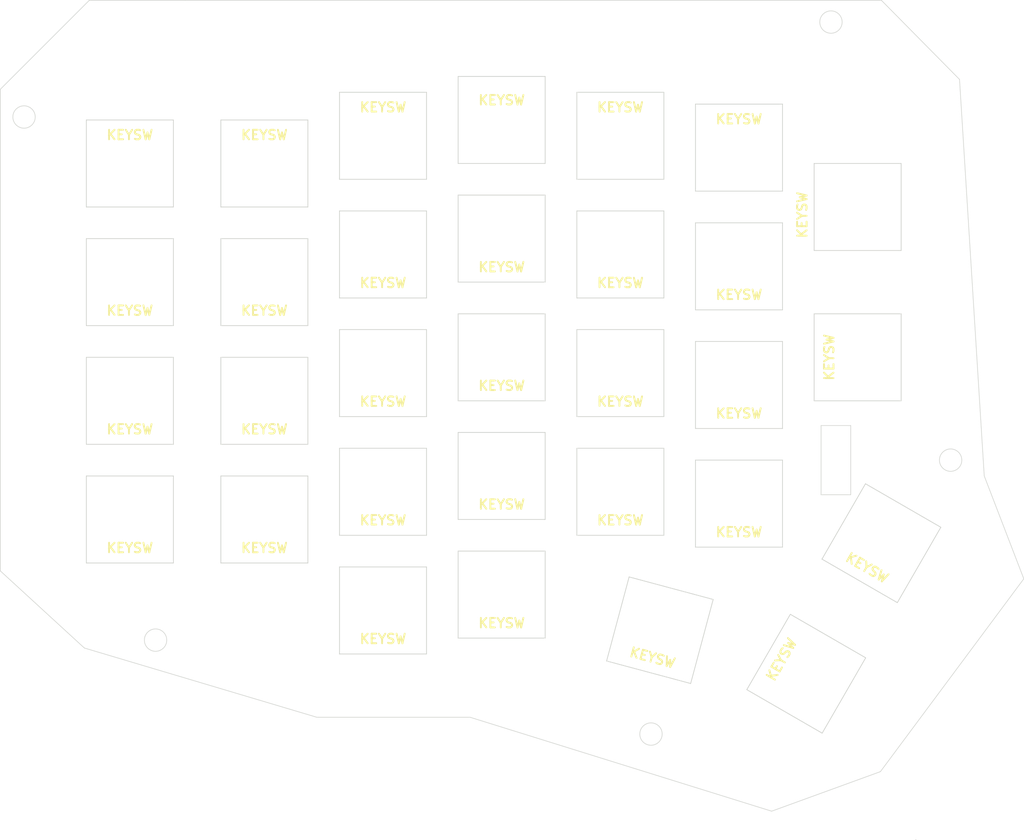
<source format=kicad_pcb>
(kicad_pcb (version 20171130) (host pcbnew "(5.1.2)-2")

  (general
    (thickness 1.6)
    (drawings 23)
    (tracks 0)
    (zones 0)
    (modules 31)
    (nets 1)
  )

  (page A4)
  (title_block
    (title "Redox keyboard PCB")
    (date 2018-05-05)
    (rev 1.0)
    (comment 1 "designed by Mattia Dal Ben (aka u/TiaMaT102)")
    (comment 2 https://github.com/mattdibi/redox-keyboard)
  )

  (layers
    (0 F.Cu signal)
    (31 B.Cu signal hide)
    (32 B.Adhes user hide)
    (33 F.Adhes user hide)
    (34 B.Paste user hide)
    (35 F.Paste user hide)
    (36 B.SilkS user hide)
    (37 F.SilkS user hide)
    (38 B.Mask user hide)
    (39 F.Mask user hide)
    (40 Dwgs.User user hide)
    (41 Cmts.User user hide)
    (42 Eco1.User user hide)
    (43 Eco2.User user hide)
    (44 Edge.Cuts user)
    (45 Margin user hide)
    (46 B.CrtYd user hide)
    (47 F.CrtYd user hide)
    (48 B.Fab user hide)
    (49 F.Fab user hide)
  )

  (setup
    (last_trace_width 0.25)
    (trace_clearance 0.2)
    (zone_clearance 0.508)
    (zone_45_only no)
    (trace_min 0.2)
    (via_size 0.6)
    (via_drill 0.4)
    (via_min_size 0.4)
    (via_min_drill 0.3)
    (uvia_size 0.3)
    (uvia_drill 0.1)
    (uvias_allowed no)
    (uvia_min_size 0.2)
    (uvia_min_drill 0.1)
    (edge_width 0.1)
    (segment_width 0.2)
    (pcb_text_width 0.3)
    (pcb_text_size 1.5 1.5)
    (mod_edge_width 0.15)
    (mod_text_size 1 1)
    (mod_text_width 0.15)
    (pad_size 1.5 1.5)
    (pad_drill 0.6)
    (pad_to_mask_clearance 0)
    (aux_axis_origin 0 0)
    (visible_elements 7FFFFFFF)
    (pcbplotparams
      (layerselection 0x010fc_ffffffff)
      (usegerberextensions true)
      (usegerberattributes false)
      (usegerberadvancedattributes false)
      (creategerberjobfile false)
      (excludeedgelayer true)
      (linewidth 0.100000)
      (plotframeref false)
      (viasonmask false)
      (mode 1)
      (useauxorigin false)
      (hpglpennumber 1)
      (hpglpenspeed 20)
      (hpglpendiameter 15.000000)
      (psnegative false)
      (psa4output false)
      (plotreference true)
      (plotvalue true)
      (plotinvisibletext false)
      (padsonsilk false)
      (subtractmaskfromsilk false)
      (outputformat 1)
      (mirror false)
      (drillshape 0)
      (scaleselection 1)
      (outputdirectory "gerber_files/"))
  )

  (net 0 "")

  (net_class Default "Questo è il gruppo di collegamenti predefinito"
    (clearance 0.2)
    (trace_width 0.25)
    (via_dia 0.6)
    (via_drill 0.4)
    (uvia_dia 0.3)
    (uvia_drill 0.1)
  )

  (module pcb:SW_Cherry_MX_1.00u_PCB (layer F.Cu) (tedit 5DB3E7C9) (tstamp 5A80A406)
    (at 151.13 59.69 180)
    (descr "Cherry MX keyswitch, 1.00u, PCB mount, http://cherryamericas.com/wp-content/uploads/2014/12/mx_cat.pdf")
    (tags "Cherry MX keyswitch 1.00u PCB")
    (path /5A809203)
    (fp_text reference K3 (at -0.22 2.79 180) (layer F.SilkS) hide
      (effects (font (size 1 1) (thickness 0.2)))
    )
    (fp_text value KEYSW (at 0 3.175 180) (layer F.SilkS)
      (effects (font (size 1.524 1.524) (thickness 0.3048)))
    )
    (fp_line (start -6.985 6.985) (end -6.985 -6.985) (layer Edge.Cuts) (width 0.12))
    (fp_line (start 6.985 6.985) (end -6.985 6.985) (layer Edge.Cuts) (width 0.12))
    (fp_line (start 6.985 -6.985) (end 6.985 6.985) (layer Edge.Cuts) (width 0.12))
    (fp_line (start -6.985 -6.985) (end 6.985 -6.985) (layer Edge.Cuts) (width 0.12))
    (fp_line (start -9.525 9.525) (end -9.525 -9.525) (layer Dwgs.User) (width 0.15))
    (fp_line (start 9.525 9.525) (end -9.525 9.525) (layer Dwgs.User) (width 0.15))
    (fp_line (start 9.525 -9.525) (end 9.525 9.525) (layer Dwgs.User) (width 0.15))
    (fp_line (start -9.525 -9.525) (end 9.525 -9.525) (layer Dwgs.User) (width 0.15))
    (fp_text user %R (at 0 -7.874) (layer F.Fab)
      (effects (font (size 1 1) (thickness 0.15)))
    )
    (model ${KISYS3DMOD}/Button_Switch_Keyboard.3dshapes/SW_Cherry_MX_1.00u_PCB.wrl
      (at (xyz 0 0 0))
      (scale (xyz 1 1 1))
      (rotate (xyz 0 0 0))
    )
  )

  (module pcb:SW_Cherry_MX_1.00u_PCB (layer F.Cu) (tedit 5DB3E7C9) (tstamp 5A80A523)
    (at 170.18 100.33)
    (descr "Cherry MX keyswitch, 1.00u, PCB mount, http://cherryamericas.com/wp-content/uploads/2014/12/mx_cat.pdf")
    (tags "Cherry MX keyswitch 1.00u PCB")
    (path /5A80ABBE)
    (fp_text reference K24 (at -0.22 2.79) (layer F.SilkS) hide
      (effects (font (size 1 1) (thickness 0.2)))
    )
    (fp_text value KEYSW (at 0 4.572) (layer F.SilkS)
      (effects (font (size 1.524 1.524) (thickness 0.3048)))
    )
    (fp_line (start -6.985 6.985) (end -6.985 -6.985) (layer Edge.Cuts) (width 0.12))
    (fp_line (start 6.985 6.985) (end -6.985 6.985) (layer Edge.Cuts) (width 0.12))
    (fp_line (start 6.985 -6.985) (end 6.985 6.985) (layer Edge.Cuts) (width 0.12))
    (fp_line (start -6.985 -6.985) (end 6.985 -6.985) (layer Edge.Cuts) (width 0.12))
    (fp_line (start -9.525 9.525) (end -9.525 -9.525) (layer Dwgs.User) (width 0.15))
    (fp_line (start 9.525 9.525) (end -9.525 9.525) (layer Dwgs.User) (width 0.15))
    (fp_line (start 9.525 -9.525) (end 9.525 9.525) (layer Dwgs.User) (width 0.15))
    (fp_line (start -9.525 -9.525) (end 9.525 -9.525) (layer Dwgs.User) (width 0.15))
    (fp_text user %R (at 0 -7.874) (layer F.Fab)
      (effects (font (size 1 1) (thickness 0.15)))
    )
    (model ${KISYS3DMOD}/Button_Switch_Keyboard.3dshapes/SW_Cherry_MX_1.00u_PCB.wrl
      (at (xyz 0 0 0))
      (scale (xyz 1 1 1))
      (rotate (xyz 0 0 0))
    )
  )

  (module pcb:SW_Cherry_MX_1.00u_PCB (layer F.Cu) (tedit 5DB3E7C9) (tstamp 5A80A640)
    (at 200.025 148.59 240)
    (descr "Cherry MX keyswitch, 1.00u, PCB mount, http://cherryamericas.com/wp-content/uploads/2014/12/mx_cat.pdf")
    (tags "Cherry MX keyswitch 1.00u PCB")
    (path /5A80E4D4)
    (fp_text reference K45 (at -0.254 2.794 240) (layer F.SilkS) hide
      (effects (font (size 1 1) (thickness 0.2)))
    )
    (fp_text value KEYSW (at 0 4.572 240) (layer F.SilkS)
      (effects (font (size 1.524 1.524) (thickness 0.3048)))
    )
    (fp_line (start -6.985 6.985) (end -6.985 -6.985) (layer Edge.Cuts) (width 0.12))
    (fp_line (start 6.985 6.985) (end -6.985 6.985) (layer Edge.Cuts) (width 0.12))
    (fp_line (start 6.985 -6.985) (end 6.985 6.985) (layer Edge.Cuts) (width 0.12))
    (fp_line (start -6.985 -6.985) (end 6.985 -6.985) (layer Edge.Cuts) (width 0.12))
    (fp_line (start -9.525 9.525) (end -9.525 -9.525) (layer Dwgs.User) (width 0.15))
    (fp_line (start 9.525 9.525) (end -9.525 9.525) (layer Dwgs.User) (width 0.15))
    (fp_line (start 9.525 -9.525) (end 9.525 9.525) (layer Dwgs.User) (width 0.15))
    (fp_line (start -9.525 -9.525) (end 9.525 -9.525) (layer Dwgs.User) (width 0.15))
    (fp_text user %R (at 0 -7.874 60) (layer F.Fab)
      (effects (font (size 1 1) (thickness 0.15)))
    )
    (model ${KISYS3DMOD}/Button_Switch_Keyboard.3dshapes/SW_Cherry_MX_1.00u_PCB.wrl
      (at (xyz 0 0 0))
      (scale (xyz 1 1 1))
      (rotate (xyz 0 0 0))
    )
  )

  (module pcb:SW_Cherry_MX_1.00u_PCB (layer F.Cu) (tedit 5DB3E7C9) (tstamp 5A80A4C4)
    (at 208.28 97.79 270)
    (descr "Cherry MX keyswitch, 1.00u, PCB mount, http://cherryamericas.com/wp-content/uploads/2014/12/mx_cat.pdf")
    (tags "Cherry MX keyswitch 1.00u PCB")
    (path /5A809C6B)
    (fp_text reference K16 (at -0.254 2.794 270) (layer F.SilkS) hide
      (effects (font (size 1 1) (thickness 0.2)))
    )
    (fp_text value KEYSW (at 0 4.572 270) (layer F.SilkS)
      (effects (font (size 1.524 1.524) (thickness 0.3048)))
    )
    (fp_line (start -6.985 6.985) (end -6.985 -6.985) (layer Edge.Cuts) (width 0.12))
    (fp_line (start 6.985 6.985) (end -6.985 6.985) (layer Edge.Cuts) (width 0.12))
    (fp_line (start 6.985 -6.985) (end 6.985 6.985) (layer Edge.Cuts) (width 0.12))
    (fp_line (start -6.985 -6.985) (end 6.985 -6.985) (layer Edge.Cuts) (width 0.12))
    (fp_line (start -9.525 9.525) (end -9.525 -9.525) (layer Dwgs.User) (width 0.15))
    (fp_line (start 9.525 9.525) (end -9.525 9.525) (layer Dwgs.User) (width 0.15))
    (fp_line (start 9.525 -9.525) (end 9.525 9.525) (layer Dwgs.User) (width 0.15))
    (fp_line (start -9.525 -9.525) (end 9.525 -9.525) (layer Dwgs.User) (width 0.15))
    (fp_text user %R (at 0 -7.874 90) (layer F.Fab)
      (effects (font (size 1 1) (thickness 0.15)))
    )
    (model ${KISYS3DMOD}/Button_Switch_Keyboard.3dshapes/SW_Cherry_MX_1.00u_PCB.wrl
      (at (xyz 0 0 0))
      (scale (xyz 1 1 1))
      (rotate (xyz 0 0 0))
    )
  )

  (module pcb:SW_Cherry_MX_1.00u_PCB (layer F.Cu) (tedit 5DB3E7C9) (tstamp 5A80A3E0)
    (at 113.03 66.675 180)
    (descr "Cherry MX keyswitch, 1.00u, PCB mount, http://cherryamericas.com/wp-content/uploads/2014/12/mx_cat.pdf")
    (tags "Cherry MX keyswitch 1.00u PCB")
    (path /5A809089)
    (fp_text reference K1 (at -0.22 2.79 180) (layer F.SilkS) hide
      (effects (font (size 1 1) (thickness 0.2)))
    )
    (fp_text value KEYSW (at 0 4.572 180) (layer F.SilkS)
      (effects (font (size 1.524 1.524) (thickness 0.3048)))
    )
    (fp_line (start -6.985 6.985) (end -6.985 -6.985) (layer Edge.Cuts) (width 0.12))
    (fp_line (start 6.985 6.985) (end -6.985 6.985) (layer Edge.Cuts) (width 0.12))
    (fp_line (start 6.985 -6.985) (end 6.985 6.985) (layer Edge.Cuts) (width 0.12))
    (fp_line (start -6.985 -6.985) (end 6.985 -6.985) (layer Edge.Cuts) (width 0.12))
    (fp_line (start -9.525 9.525) (end -9.525 -9.525) (layer Dwgs.User) (width 0.15))
    (fp_line (start 9.525 9.525) (end -9.525 9.525) (layer Dwgs.User) (width 0.15))
    (fp_line (start 9.525 -9.525) (end 9.525 9.525) (layer Dwgs.User) (width 0.15))
    (fp_line (start -9.525 -9.525) (end 9.525 -9.525) (layer Dwgs.User) (width 0.15))
    (fp_text user %R (at 0 -7.874) (layer F.Fab)
      (effects (font (size 1 1) (thickness 0.15)))
    )
    (model ${KISYS3DMOD}/Button_Switch_Keyboard.3dshapes/SW_Cherry_MX_1.00u_PCB.wrl
      (at (xyz 0 0 0))
      (scale (xyz 1 1 1))
      (rotate (xyz 0 0 0))
    )
  )

  (module pcb:SW_Cherry_MX_1.00u_PCB (layer F.Cu) (tedit 5DB3E7C9) (tstamp 5A80A3F3)
    (at 132.08 62.23 180)
    (descr "Cherry MX keyswitch, 1.00u, PCB mount, http://cherryamericas.com/wp-content/uploads/2014/12/mx_cat.pdf")
    (tags "Cherry MX keyswitch 1.00u PCB")
    (path /5A8091F6)
    (fp_text reference K2 (at -0.22 2.79 180) (layer F.SilkS) hide
      (effects (font (size 1 1) (thickness 0.2)))
    )
    (fp_text value KEYSW (at 0 4.572 180) (layer F.SilkS)
      (effects (font (size 1.524 1.524) (thickness 0.3048)))
    )
    (fp_line (start -6.985 6.985) (end -6.985 -6.985) (layer Edge.Cuts) (width 0.12))
    (fp_line (start 6.985 6.985) (end -6.985 6.985) (layer Edge.Cuts) (width 0.12))
    (fp_line (start 6.985 -6.985) (end 6.985 6.985) (layer Edge.Cuts) (width 0.12))
    (fp_line (start -6.985 -6.985) (end 6.985 -6.985) (layer Edge.Cuts) (width 0.12))
    (fp_line (start -9.525 9.525) (end -9.525 -9.525) (layer Dwgs.User) (width 0.15))
    (fp_line (start 9.525 9.525) (end -9.525 9.525) (layer Dwgs.User) (width 0.15))
    (fp_line (start 9.525 -9.525) (end 9.525 9.525) (layer Dwgs.User) (width 0.15))
    (fp_line (start -9.525 -9.525) (end 9.525 -9.525) (layer Dwgs.User) (width 0.15))
    (fp_text user %R (at 0 -7.874) (layer F.Fab)
      (effects (font (size 1 1) (thickness 0.15)))
    )
    (model ${KISYS3DMOD}/Button_Switch_Keyboard.3dshapes/SW_Cherry_MX_1.00u_PCB.wrl
      (at (xyz 0 0 0))
      (scale (xyz 1 1 1))
      (rotate (xyz 0 0 0))
    )
  )

  (module pcb:SW_Cherry_MX_1.00u_PCB (layer F.Cu) (tedit 5DB3E7C9) (tstamp 5A80A419)
    (at 170.18 62.23 180)
    (descr "Cherry MX keyswitch, 1.00u, PCB mount, http://cherryamericas.com/wp-content/uploads/2014/12/mx_cat.pdf")
    (tags "Cherry MX keyswitch 1.00u PCB")
    (path /5A80948D)
    (fp_text reference K4 (at -0.22 2.79 180) (layer F.SilkS) hide
      (effects (font (size 1 1) (thickness 0.2)))
    )
    (fp_text value KEYSW (at 0 4.572 180) (layer F.SilkS)
      (effects (font (size 1.524 1.524) (thickness 0.3048)))
    )
    (fp_line (start -6.985 6.985) (end -6.985 -6.985) (layer Edge.Cuts) (width 0.12))
    (fp_line (start 6.985 6.985) (end -6.985 6.985) (layer Edge.Cuts) (width 0.12))
    (fp_line (start 6.985 -6.985) (end 6.985 6.985) (layer Edge.Cuts) (width 0.12))
    (fp_line (start -6.985 -6.985) (end 6.985 -6.985) (layer Edge.Cuts) (width 0.12))
    (fp_line (start -9.525 9.525) (end -9.525 -9.525) (layer Dwgs.User) (width 0.15))
    (fp_line (start 9.525 9.525) (end -9.525 9.525) (layer Dwgs.User) (width 0.15))
    (fp_line (start 9.525 -9.525) (end 9.525 9.525) (layer Dwgs.User) (width 0.15))
    (fp_line (start -9.525 -9.525) (end 9.525 -9.525) (layer Dwgs.User) (width 0.15))
    (fp_text user %R (at 0 -7.874) (layer F.Fab)
      (effects (font (size 1 1) (thickness 0.15)))
    )
    (model ${KISYS3DMOD}/Button_Switch_Keyboard.3dshapes/SW_Cherry_MX_1.00u_PCB.wrl
      (at (xyz 0 0 0))
      (scale (xyz 1 1 1))
      (rotate (xyz 0 0 0))
    )
  )

  (module pcb:SW_Cherry_MX_1.00u_PCB (layer F.Cu) (tedit 5DB3E7C9) (tstamp 5A80A42C)
    (at 189.23 64.135 180)
    (descr "Cherry MX keyswitch, 1.00u, PCB mount, http://cherryamericas.com/wp-content/uploads/2014/12/mx_cat.pdf")
    (tags "Cherry MX keyswitch 1.00u PCB")
    (path /5A80949A)
    (fp_text reference K5 (at -0.22 2.79 180) (layer F.SilkS) hide
      (effects (font (size 1 1) (thickness 0.2)))
    )
    (fp_text value KEYSW (at 0 4.572 180) (layer F.SilkS)
      (effects (font (size 1.524 1.524) (thickness 0.3048)))
    )
    (fp_line (start -6.985 6.985) (end -6.985 -6.985) (layer Edge.Cuts) (width 0.12))
    (fp_line (start 6.985 6.985) (end -6.985 6.985) (layer Edge.Cuts) (width 0.12))
    (fp_line (start 6.985 -6.985) (end 6.985 6.985) (layer Edge.Cuts) (width 0.12))
    (fp_line (start -6.985 -6.985) (end 6.985 -6.985) (layer Edge.Cuts) (width 0.12))
    (fp_line (start -9.525 9.525) (end -9.525 -9.525) (layer Dwgs.User) (width 0.15))
    (fp_line (start 9.525 9.525) (end -9.525 9.525) (layer Dwgs.User) (width 0.15))
    (fp_line (start 9.525 -9.525) (end 9.525 9.525) (layer Dwgs.User) (width 0.15))
    (fp_line (start -9.525 -9.525) (end 9.525 -9.525) (layer Dwgs.User) (width 0.15))
    (fp_text user %R (at 0 -7.874) (layer F.Fab)
      (effects (font (size 1 1) (thickness 0.15)))
    )
    (model ${KISYS3DMOD}/Button_Switch_Keyboard.3dshapes/SW_Cherry_MX_1.00u_PCB.wrl
      (at (xyz 0 0 0))
      (scale (xyz 1 1 1))
      (rotate (xyz 0 0 0))
    )
  )

  (module pcb:SW_Cherry_MX_1.00u_PCB (layer F.Cu) (tedit 5DB3E7C9) (tstamp 5A80A43F)
    (at 208.28 73.66 180)
    (descr "Cherry MX keyswitch, 1.00u, PCB mount, http://cherryamericas.com/wp-content/uploads/2014/12/mx_cat.pdf")
    (tags "Cherry MX keyswitch 1.00u PCB")
    (path /5A8094A7)
    (fp_text reference K6 (at -0.22 2.79 180) (layer F.SilkS) hide
      (effects (font (size 1 1) (thickness 0.2)))
    )
    (fp_text value KEYSW (at 8.89 -1.27 270) (layer F.SilkS)
      (effects (font (size 1.524 1.524) (thickness 0.3048)))
    )
    (fp_line (start -6.985 6.985) (end -6.985 -6.985) (layer Edge.Cuts) (width 0.12))
    (fp_line (start 6.985 6.985) (end -6.985 6.985) (layer Edge.Cuts) (width 0.12))
    (fp_line (start 6.985 -6.985) (end 6.985 6.985) (layer Edge.Cuts) (width 0.12))
    (fp_line (start -6.985 -6.985) (end 6.985 -6.985) (layer Edge.Cuts) (width 0.12))
    (fp_line (start -9.525 9.525) (end -9.525 -9.525) (layer Dwgs.User) (width 0.15))
    (fp_line (start 9.525 9.525) (end -9.525 9.525) (layer Dwgs.User) (width 0.15))
    (fp_line (start 9.525 -9.525) (end 9.525 9.525) (layer Dwgs.User) (width 0.15))
    (fp_line (start -9.525 -9.525) (end 9.525 -9.525) (layer Dwgs.User) (width 0.15))
    (fp_text user %R (at 0 -7.874) (layer F.Fab)
      (effects (font (size 1 1) (thickness 0.15)))
    )
    (model ${KISYS3DMOD}/Button_Switch_Keyboard.3dshapes/SW_Cherry_MX_1.00u_PCB.wrl
      (at (xyz 0 0 0))
      (scale (xyz 1 1 1))
      (rotate (xyz 0 0 0))
    )
  )

  (module pcb:SW_Cherry_MX_1.00u_PCB (layer F.Cu) (tedit 5DB3E7C9) (tstamp 5A80A465)
    (at 113.03 85.725)
    (descr "Cherry MX keyswitch, 1.00u, PCB mount, http://cherryamericas.com/wp-content/uploads/2014/12/mx_cat.pdf")
    (tags "Cherry MX keyswitch 1.00u PCB")
    (path /5A809C2A)
    (fp_text reference K11 (at -0.22 2.79) (layer F.SilkS) hide
      (effects (font (size 1 1) (thickness 0.2)))
    )
    (fp_text value KEYSW (at 0 4.572) (layer F.SilkS)
      (effects (font (size 1.524 1.524) (thickness 0.3048)))
    )
    (fp_line (start -6.985 6.985) (end -6.985 -6.985) (layer Edge.Cuts) (width 0.12))
    (fp_line (start 6.985 6.985) (end -6.985 6.985) (layer Edge.Cuts) (width 0.12))
    (fp_line (start 6.985 -6.985) (end 6.985 6.985) (layer Edge.Cuts) (width 0.12))
    (fp_line (start -6.985 -6.985) (end 6.985 -6.985) (layer Edge.Cuts) (width 0.12))
    (fp_line (start -9.525 9.525) (end -9.525 -9.525) (layer Dwgs.User) (width 0.15))
    (fp_line (start 9.525 9.525) (end -9.525 9.525) (layer Dwgs.User) (width 0.15))
    (fp_line (start 9.525 -9.525) (end 9.525 9.525) (layer Dwgs.User) (width 0.15))
    (fp_line (start -9.525 -9.525) (end 9.525 -9.525) (layer Dwgs.User) (width 0.15))
    (fp_text user %R (at 0 -7.874) (layer F.Fab)
      (effects (font (size 1 1) (thickness 0.15)))
    )
    (model ${KISYS3DMOD}/Button_Switch_Keyboard.3dshapes/SW_Cherry_MX_1.00u_PCB.wrl
      (at (xyz 0 0 0))
      (scale (xyz 1 1 1))
      (rotate (xyz 0 0 0))
    )
  )

  (module pcb:SW_Cherry_MX_1.00u_PCB (layer F.Cu) (tedit 5DB3E7C9) (tstamp 5A80A478)
    (at 132.08 81.28)
    (descr "Cherry MX keyswitch, 1.00u, PCB mount, http://cherryamericas.com/wp-content/uploads/2014/12/mx_cat.pdf")
    (tags "Cherry MX keyswitch 1.00u PCB")
    (path /5A809C37)
    (fp_text reference K12 (at -0.22 2.79) (layer F.SilkS) hide
      (effects (font (size 1 1) (thickness 0.2)))
    )
    (fp_text value KEYSW (at 0 4.572) (layer F.SilkS)
      (effects (font (size 1.524 1.524) (thickness 0.3048)))
    )
    (fp_line (start -6.985 6.985) (end -6.985 -6.985) (layer Edge.Cuts) (width 0.12))
    (fp_line (start 6.985 6.985) (end -6.985 6.985) (layer Edge.Cuts) (width 0.12))
    (fp_line (start 6.985 -6.985) (end 6.985 6.985) (layer Edge.Cuts) (width 0.12))
    (fp_line (start -6.985 -6.985) (end 6.985 -6.985) (layer Edge.Cuts) (width 0.12))
    (fp_line (start -9.525 9.525) (end -9.525 -9.525) (layer Dwgs.User) (width 0.15))
    (fp_line (start 9.525 9.525) (end -9.525 9.525) (layer Dwgs.User) (width 0.15))
    (fp_line (start 9.525 -9.525) (end 9.525 9.525) (layer Dwgs.User) (width 0.15))
    (fp_line (start -9.525 -9.525) (end 9.525 -9.525) (layer Dwgs.User) (width 0.15))
    (fp_text user %R (at 0 -7.874) (layer F.Fab)
      (effects (font (size 1 1) (thickness 0.15)))
    )
    (model ${KISYS3DMOD}/Button_Switch_Keyboard.3dshapes/SW_Cherry_MX_1.00u_PCB.wrl
      (at (xyz 0 0 0))
      (scale (xyz 1 1 1))
      (rotate (xyz 0 0 0))
    )
  )

  (module pcb:SW_Cherry_MX_1.00u_PCB (layer F.Cu) (tedit 5DB3E7C9) (tstamp 5A80A48B)
    (at 151.13 78.74)
    (descr "Cherry MX keyswitch, 1.00u, PCB mount, http://cherryamericas.com/wp-content/uploads/2014/12/mx_cat.pdf")
    (tags "Cherry MX keyswitch 1.00u PCB")
    (path /5A809C44)
    (fp_text reference K13 (at -0.22 2.79) (layer F.SilkS) hide
      (effects (font (size 1 1) (thickness 0.2)))
    )
    (fp_text value KEYSW (at 0 4.572) (layer F.SilkS)
      (effects (font (size 1.524 1.524) (thickness 0.3048)))
    )
    (fp_line (start -6.985 6.985) (end -6.985 -6.985) (layer Edge.Cuts) (width 0.12))
    (fp_line (start 6.985 6.985) (end -6.985 6.985) (layer Edge.Cuts) (width 0.12))
    (fp_line (start 6.985 -6.985) (end 6.985 6.985) (layer Edge.Cuts) (width 0.12))
    (fp_line (start -6.985 -6.985) (end 6.985 -6.985) (layer Edge.Cuts) (width 0.12))
    (fp_line (start -9.525 9.525) (end -9.525 -9.525) (layer Dwgs.User) (width 0.15))
    (fp_line (start 9.525 9.525) (end -9.525 9.525) (layer Dwgs.User) (width 0.15))
    (fp_line (start 9.525 -9.525) (end 9.525 9.525) (layer Dwgs.User) (width 0.15))
    (fp_line (start -9.525 -9.525) (end 9.525 -9.525) (layer Dwgs.User) (width 0.15))
    (fp_text user %R (at 0 -7.874) (layer F.Fab)
      (effects (font (size 1 1) (thickness 0.15)))
    )
    (model ${KISYS3DMOD}/Button_Switch_Keyboard.3dshapes/SW_Cherry_MX_1.00u_PCB.wrl
      (at (xyz 0 0 0))
      (scale (xyz 1 1 1))
      (rotate (xyz 0 0 0))
    )
  )

  (module pcb:SW_Cherry_MX_1.00u_PCB (layer F.Cu) (tedit 5DB3E7C9) (tstamp 5A80A49E)
    (at 170.18 81.28)
    (descr "Cherry MX keyswitch, 1.00u, PCB mount, http://cherryamericas.com/wp-content/uploads/2014/12/mx_cat.pdf")
    (tags "Cherry MX keyswitch 1.00u PCB")
    (path /5A809C51)
    (fp_text reference K14 (at -0.22 2.79) (layer F.SilkS) hide
      (effects (font (size 1 1) (thickness 0.2)))
    )
    (fp_text value KEYSW (at 0 4.572) (layer F.SilkS)
      (effects (font (size 1.524 1.524) (thickness 0.3048)))
    )
    (fp_line (start -6.985 6.985) (end -6.985 -6.985) (layer Edge.Cuts) (width 0.12))
    (fp_line (start 6.985 6.985) (end -6.985 6.985) (layer Edge.Cuts) (width 0.12))
    (fp_line (start 6.985 -6.985) (end 6.985 6.985) (layer Edge.Cuts) (width 0.12))
    (fp_line (start -6.985 -6.985) (end 6.985 -6.985) (layer Edge.Cuts) (width 0.12))
    (fp_line (start -9.525 9.525) (end -9.525 -9.525) (layer Dwgs.User) (width 0.15))
    (fp_line (start 9.525 9.525) (end -9.525 9.525) (layer Dwgs.User) (width 0.15))
    (fp_line (start 9.525 -9.525) (end 9.525 9.525) (layer Dwgs.User) (width 0.15))
    (fp_line (start -9.525 -9.525) (end 9.525 -9.525) (layer Dwgs.User) (width 0.15))
    (fp_text user %R (at 0 -7.874) (layer F.Fab)
      (effects (font (size 1 1) (thickness 0.15)))
    )
    (model ${KISYS3DMOD}/Button_Switch_Keyboard.3dshapes/SW_Cherry_MX_1.00u_PCB.wrl
      (at (xyz 0 0 0))
      (scale (xyz 1 1 1))
      (rotate (xyz 0 0 0))
    )
  )

  (module pcb:SW_Cherry_MX_1.00u_PCB (layer F.Cu) (tedit 5DB3E7C9) (tstamp 5A80A4B1)
    (at 189.23 83.185)
    (descr "Cherry MX keyswitch, 1.00u, PCB mount, http://cherryamericas.com/wp-content/uploads/2014/12/mx_cat.pdf")
    (tags "Cherry MX keyswitch 1.00u PCB")
    (path /5A809C5E)
    (fp_text reference K15 (at -0.22 2.79) (layer F.SilkS) hide
      (effects (font (size 1 1) (thickness 0.2)))
    )
    (fp_text value KEYSW (at 0 4.572) (layer F.SilkS)
      (effects (font (size 1.524 1.524) (thickness 0.3048)))
    )
    (fp_line (start -6.985 6.985) (end -6.985 -6.985) (layer Edge.Cuts) (width 0.12))
    (fp_line (start 6.985 6.985) (end -6.985 6.985) (layer Edge.Cuts) (width 0.12))
    (fp_line (start 6.985 -6.985) (end 6.985 6.985) (layer Edge.Cuts) (width 0.12))
    (fp_line (start -6.985 -6.985) (end 6.985 -6.985) (layer Edge.Cuts) (width 0.12))
    (fp_line (start -9.525 9.525) (end -9.525 -9.525) (layer Dwgs.User) (width 0.15))
    (fp_line (start 9.525 9.525) (end -9.525 9.525) (layer Dwgs.User) (width 0.15))
    (fp_line (start 9.525 -9.525) (end 9.525 9.525) (layer Dwgs.User) (width 0.15))
    (fp_line (start -9.525 -9.525) (end 9.525 -9.525) (layer Dwgs.User) (width 0.15))
    (fp_text user %R (at 0 -7.874) (layer F.Fab)
      (effects (font (size 1 1) (thickness 0.15)))
    )
    (model ${KISYS3DMOD}/Button_Switch_Keyboard.3dshapes/SW_Cherry_MX_1.00u_PCB.wrl
      (at (xyz 0 0 0))
      (scale (xyz 1 1 1))
      (rotate (xyz 0 0 0))
    )
  )

  (module pcb:SW_Cherry_MX_1.00u_PCB (layer F.Cu) (tedit 5DB3E7C9) (tstamp 5A80A4EA)
    (at 113.03 104.775)
    (descr "Cherry MX keyswitch, 1.00u, PCB mount, http://cherryamericas.com/wp-content/uploads/2014/12/mx_cat.pdf")
    (tags "Cherry MX keyswitch 1.00u PCB")
    (path /5A80AB97)
    (fp_text reference K21 (at -0.22 2.79) (layer F.SilkS) hide
      (effects (font (size 1 1) (thickness 0.2)))
    )
    (fp_text value KEYSW (at 0 4.572) (layer F.SilkS)
      (effects (font (size 1.524 1.524) (thickness 0.3048)))
    )
    (fp_line (start -6.985 6.985) (end -6.985 -6.985) (layer Edge.Cuts) (width 0.12))
    (fp_line (start 6.985 6.985) (end -6.985 6.985) (layer Edge.Cuts) (width 0.12))
    (fp_line (start 6.985 -6.985) (end 6.985 6.985) (layer Edge.Cuts) (width 0.12))
    (fp_line (start -6.985 -6.985) (end 6.985 -6.985) (layer Edge.Cuts) (width 0.12))
    (fp_line (start -9.525 9.525) (end -9.525 -9.525) (layer Dwgs.User) (width 0.15))
    (fp_line (start 9.525 9.525) (end -9.525 9.525) (layer Dwgs.User) (width 0.15))
    (fp_line (start 9.525 -9.525) (end 9.525 9.525) (layer Dwgs.User) (width 0.15))
    (fp_line (start -9.525 -9.525) (end 9.525 -9.525) (layer Dwgs.User) (width 0.15))
    (fp_text user %R (at 0 -7.874) (layer F.Fab)
      (effects (font (size 1 1) (thickness 0.15)))
    )
    (model ${KISYS3DMOD}/Button_Switch_Keyboard.3dshapes/SW_Cherry_MX_1.00u_PCB.wrl
      (at (xyz 0 0 0))
      (scale (xyz 1 1 1))
      (rotate (xyz 0 0 0))
    )
  )

  (module pcb:SW_Cherry_MX_1.00u_PCB (layer F.Cu) (tedit 5DB3E7C9) (tstamp 5A80A4FD)
    (at 132.08 100.33)
    (descr "Cherry MX keyswitch, 1.00u, PCB mount, http://cherryamericas.com/wp-content/uploads/2014/12/mx_cat.pdf")
    (tags "Cherry MX keyswitch 1.00u PCB")
    (path /5A80ABA4)
    (fp_text reference K22 (at -0.22 2.79) (layer F.SilkS) hide
      (effects (font (size 1 1) (thickness 0.2)))
    )
    (fp_text value KEYSW (at 0 4.572) (layer F.SilkS)
      (effects (font (size 1.524 1.524) (thickness 0.3048)))
    )
    (fp_line (start -6.985 6.985) (end -6.985 -6.985) (layer Edge.Cuts) (width 0.12))
    (fp_line (start 6.985 6.985) (end -6.985 6.985) (layer Edge.Cuts) (width 0.12))
    (fp_line (start 6.985 -6.985) (end 6.985 6.985) (layer Edge.Cuts) (width 0.12))
    (fp_line (start -6.985 -6.985) (end 6.985 -6.985) (layer Edge.Cuts) (width 0.12))
    (fp_line (start -9.525 9.525) (end -9.525 -9.525) (layer Dwgs.User) (width 0.15))
    (fp_line (start 9.525 9.525) (end -9.525 9.525) (layer Dwgs.User) (width 0.15))
    (fp_line (start 9.525 -9.525) (end 9.525 9.525) (layer Dwgs.User) (width 0.15))
    (fp_line (start -9.525 -9.525) (end 9.525 -9.525) (layer Dwgs.User) (width 0.15))
    (fp_text user %R (at 0 -7.874) (layer F.Fab)
      (effects (font (size 1 1) (thickness 0.15)))
    )
    (model ${KISYS3DMOD}/Button_Switch_Keyboard.3dshapes/SW_Cherry_MX_1.00u_PCB.wrl
      (at (xyz 0 0 0))
      (scale (xyz 1 1 1))
      (rotate (xyz 0 0 0))
    )
  )

  (module pcb:SW_Cherry_MX_1.00u_PCB (layer F.Cu) (tedit 5DB3E7C9) (tstamp 5A80A510)
    (at 151.13 97.79)
    (descr "Cherry MX keyswitch, 1.00u, PCB mount, http://cherryamericas.com/wp-content/uploads/2014/12/mx_cat.pdf")
    (tags "Cherry MX keyswitch 1.00u PCB")
    (path /5A80ABB1)
    (fp_text reference K23 (at -0.22 2.79) (layer F.SilkS) hide
      (effects (font (size 1 1) (thickness 0.2)))
    )
    (fp_text value KEYSW (at 0 4.572) (layer F.SilkS)
      (effects (font (size 1.524 1.524) (thickness 0.3048)))
    )
    (fp_line (start -6.985 6.985) (end -6.985 -6.985) (layer Edge.Cuts) (width 0.12))
    (fp_line (start 6.985 6.985) (end -6.985 6.985) (layer Edge.Cuts) (width 0.12))
    (fp_line (start 6.985 -6.985) (end 6.985 6.985) (layer Edge.Cuts) (width 0.12))
    (fp_line (start -6.985 -6.985) (end 6.985 -6.985) (layer Edge.Cuts) (width 0.12))
    (fp_line (start -9.525 9.525) (end -9.525 -9.525) (layer Dwgs.User) (width 0.15))
    (fp_line (start 9.525 9.525) (end -9.525 9.525) (layer Dwgs.User) (width 0.15))
    (fp_line (start 9.525 -9.525) (end 9.525 9.525) (layer Dwgs.User) (width 0.15))
    (fp_line (start -9.525 -9.525) (end 9.525 -9.525) (layer Dwgs.User) (width 0.15))
    (fp_text user %R (at 0 -7.874) (layer F.Fab)
      (effects (font (size 1 1) (thickness 0.15)))
    )
    (model ${KISYS3DMOD}/Button_Switch_Keyboard.3dshapes/SW_Cherry_MX_1.00u_PCB.wrl
      (at (xyz 0 0 0))
      (scale (xyz 1 1 1))
      (rotate (xyz 0 0 0))
    )
  )

  (module pcb:SW_Cherry_MX_1.00u_PCB (layer F.Cu) (tedit 5DB3E7C9) (tstamp 5A80A536)
    (at 189.23 102.235)
    (descr "Cherry MX keyswitch, 1.00u, PCB mount, http://cherryamericas.com/wp-content/uploads/2014/12/mx_cat.pdf")
    (tags "Cherry MX keyswitch 1.00u PCB")
    (path /5A80ABCB)
    (fp_text reference K25 (at -0.22 2.79) (layer F.SilkS) hide
      (effects (font (size 1 1) (thickness 0.2)))
    )
    (fp_text value KEYSW (at 0 4.572) (layer F.SilkS)
      (effects (font (size 1.524 1.524) (thickness 0.3048)))
    )
    (fp_line (start -6.985 6.985) (end -6.985 -6.985) (layer Edge.Cuts) (width 0.12))
    (fp_line (start 6.985 6.985) (end -6.985 6.985) (layer Edge.Cuts) (width 0.12))
    (fp_line (start 6.985 -6.985) (end 6.985 6.985) (layer Edge.Cuts) (width 0.12))
    (fp_line (start -6.985 -6.985) (end 6.985 -6.985) (layer Edge.Cuts) (width 0.12))
    (fp_line (start -9.525 9.525) (end -9.525 -9.525) (layer Dwgs.User) (width 0.15))
    (fp_line (start 9.525 9.525) (end -9.525 9.525) (layer Dwgs.User) (width 0.15))
    (fp_line (start 9.525 -9.525) (end 9.525 9.525) (layer Dwgs.User) (width 0.15))
    (fp_line (start -9.525 -9.525) (end 9.525 -9.525) (layer Dwgs.User) (width 0.15))
    (fp_text user %R (at 0 -7.874) (layer F.Fab)
      (effects (font (size 1 1) (thickness 0.15)))
    )
    (model ${KISYS3DMOD}/Button_Switch_Keyboard.3dshapes/SW_Cherry_MX_1.00u_PCB.wrl
      (at (xyz 0 0 0))
      (scale (xyz 1 1 1))
      (rotate (xyz 0 0 0))
    )
  )

  (module pcb:SW_Cherry_MX_1.00u_PCB (layer F.Cu) (tedit 5DB3E7C9) (tstamp 5A80A549)
    (at 212.09 127.635 330)
    (descr "Cherry MX keyswitch, 1.00u, PCB mount, http://cherryamericas.com/wp-content/uploads/2014/12/mx_cat.pdf")
    (tags "Cherry MX keyswitch 1.00u PCB")
    (path /5A80ABD8)
    (fp_text reference K26 (at -0.22 2.79 330) (layer F.SilkS) hide
      (effects (font (size 1 1) (thickness 0.2)))
    )
    (fp_text value KEYSW (at 0 4.572 330) (layer F.SilkS)
      (effects (font (size 1.524 1.524) (thickness 0.3048)))
    )
    (fp_line (start -6.985 6.985) (end -6.985 -6.985) (layer Edge.Cuts) (width 0.12))
    (fp_line (start 6.985 6.985) (end -6.985 6.985) (layer Edge.Cuts) (width 0.12))
    (fp_line (start 6.985 -6.985) (end 6.985 6.985) (layer Edge.Cuts) (width 0.12))
    (fp_line (start -6.985 -6.985) (end 6.985 -6.985) (layer Edge.Cuts) (width 0.12))
    (fp_line (start -9.525 9.525) (end -9.525 -9.525) (layer Dwgs.User) (width 0.15))
    (fp_line (start 9.525 9.525) (end -9.525 9.525) (layer Dwgs.User) (width 0.15))
    (fp_line (start 9.525 -9.525) (end 9.525 9.525) (layer Dwgs.User) (width 0.15))
    (fp_line (start -9.525 -9.525) (end 9.525 -9.525) (layer Dwgs.User) (width 0.15))
    (fp_text user %R (at 0 -7.874 150) (layer F.Fab)
      (effects (font (size 1 1) (thickness 0.15)))
    )
    (model ${KISYS3DMOD}/Button_Switch_Keyboard.3dshapes/SW_Cherry_MX_1.00u_PCB.wrl
      (at (xyz 0 0 0))
      (scale (xyz 1 1 1))
      (rotate (xyz 0 0 0))
    )
  )

  (module pcb:SW_Cherry_MX_1.00u_PCB (layer F.Cu) (tedit 5DB3E7C9) (tstamp 5A80A56F)
    (at 113.03 123.825)
    (descr "Cherry MX keyswitch, 1.00u, PCB mount, http://cherryamericas.com/wp-content/uploads/2014/12/mx_cat.pdf")
    (tags "Cherry MX keyswitch 1.00u PCB")
    (path /5A80ABF8)
    (fp_text reference K31 (at -0.22 2.79) (layer F.SilkS) hide
      (effects (font (size 1 1) (thickness 0.2)))
    )
    (fp_text value KEYSW (at 0 4.572) (layer F.SilkS)
      (effects (font (size 1.524 1.524) (thickness 0.3048)))
    )
    (fp_line (start -6.985 6.985) (end -6.985 -6.985) (layer Edge.Cuts) (width 0.12))
    (fp_line (start 6.985 6.985) (end -6.985 6.985) (layer Edge.Cuts) (width 0.12))
    (fp_line (start 6.985 -6.985) (end 6.985 6.985) (layer Edge.Cuts) (width 0.12))
    (fp_line (start -6.985 -6.985) (end 6.985 -6.985) (layer Edge.Cuts) (width 0.12))
    (fp_line (start -9.525 9.525) (end -9.525 -9.525) (layer Dwgs.User) (width 0.15))
    (fp_line (start 9.525 9.525) (end -9.525 9.525) (layer Dwgs.User) (width 0.15))
    (fp_line (start 9.525 -9.525) (end 9.525 9.525) (layer Dwgs.User) (width 0.15))
    (fp_line (start -9.525 -9.525) (end 9.525 -9.525) (layer Dwgs.User) (width 0.15))
    (fp_text user %R (at 0 -7.874) (layer F.Fab)
      (effects (font (size 1 1) (thickness 0.15)))
    )
    (model ${KISYS3DMOD}/Button_Switch_Keyboard.3dshapes/SW_Cherry_MX_1.00u_PCB.wrl
      (at (xyz 0 0 0))
      (scale (xyz 1 1 1))
      (rotate (xyz 0 0 0))
    )
  )

  (module pcb:SW_Cherry_MX_1.00u_PCB (layer F.Cu) (tedit 5DB3E7C9) (tstamp 5A80A582)
    (at 132.08 119.38)
    (descr "Cherry MX keyswitch, 1.00u, PCB mount, http://cherryamericas.com/wp-content/uploads/2014/12/mx_cat.pdf")
    (tags "Cherry MX keyswitch 1.00u PCB")
    (path /5A80AC05)
    (fp_text reference K32 (at -0.22 2.79) (layer F.SilkS) hide
      (effects (font (size 1 1) (thickness 0.2)))
    )
    (fp_text value KEYSW (at 0 4.572) (layer F.SilkS)
      (effects (font (size 1.524 1.524) (thickness 0.3048)))
    )
    (fp_line (start -6.985 6.985) (end -6.985 -6.985) (layer Edge.Cuts) (width 0.12))
    (fp_line (start 6.985 6.985) (end -6.985 6.985) (layer Edge.Cuts) (width 0.12))
    (fp_line (start 6.985 -6.985) (end 6.985 6.985) (layer Edge.Cuts) (width 0.12))
    (fp_line (start -6.985 -6.985) (end 6.985 -6.985) (layer Edge.Cuts) (width 0.12))
    (fp_line (start -9.525 9.525) (end -9.525 -9.525) (layer Dwgs.User) (width 0.15))
    (fp_line (start 9.525 9.525) (end -9.525 9.525) (layer Dwgs.User) (width 0.15))
    (fp_line (start 9.525 -9.525) (end 9.525 9.525) (layer Dwgs.User) (width 0.15))
    (fp_line (start -9.525 -9.525) (end 9.525 -9.525) (layer Dwgs.User) (width 0.15))
    (fp_text user %R (at 0 -7.874) (layer F.Fab)
      (effects (font (size 1 1) (thickness 0.15)))
    )
    (model ${KISYS3DMOD}/Button_Switch_Keyboard.3dshapes/SW_Cherry_MX_1.00u_PCB.wrl
      (at (xyz 0 0 0))
      (scale (xyz 1 1 1))
      (rotate (xyz 0 0 0))
    )
  )

  (module pcb:SW_Cherry_MX_1.00u_PCB (layer F.Cu) (tedit 5DB3E7C9) (tstamp 5A80A595)
    (at 151.13 116.84)
    (descr "Cherry MX keyswitch, 1.00u, PCB mount, http://cherryamericas.com/wp-content/uploads/2014/12/mx_cat.pdf")
    (tags "Cherry MX keyswitch 1.00u PCB")
    (path /5A80AC12)
    (fp_text reference K33 (at -0.22 2.79) (layer F.SilkS) hide
      (effects (font (size 1 1) (thickness 0.2)))
    )
    (fp_text value KEYSW (at 0 4.572) (layer F.SilkS)
      (effects (font (size 1.524 1.524) (thickness 0.3048)))
    )
    (fp_line (start -6.985 6.985) (end -6.985 -6.985) (layer Edge.Cuts) (width 0.12))
    (fp_line (start 6.985 6.985) (end -6.985 6.985) (layer Edge.Cuts) (width 0.12))
    (fp_line (start 6.985 -6.985) (end 6.985 6.985) (layer Edge.Cuts) (width 0.12))
    (fp_line (start -6.985 -6.985) (end 6.985 -6.985) (layer Edge.Cuts) (width 0.12))
    (fp_line (start -9.525 9.525) (end -9.525 -9.525) (layer Dwgs.User) (width 0.15))
    (fp_line (start 9.525 9.525) (end -9.525 9.525) (layer Dwgs.User) (width 0.15))
    (fp_line (start 9.525 -9.525) (end 9.525 9.525) (layer Dwgs.User) (width 0.15))
    (fp_line (start -9.525 -9.525) (end 9.525 -9.525) (layer Dwgs.User) (width 0.15))
    (fp_text user %R (at 0 -7.874) (layer F.Fab)
      (effects (font (size 1 1) (thickness 0.15)))
    )
    (model ${KISYS3DMOD}/Button_Switch_Keyboard.3dshapes/SW_Cherry_MX_1.00u_PCB.wrl
      (at (xyz 0 0 0))
      (scale (xyz 1 1 1))
      (rotate (xyz 0 0 0))
    )
  )

  (module pcb:SW_Cherry_MX_1.00u_PCB (layer F.Cu) (tedit 5DB3E7C9) (tstamp 5A80A5A8)
    (at 170.18 119.38)
    (descr "Cherry MX keyswitch, 1.00u, PCB mount, http://cherryamericas.com/wp-content/uploads/2014/12/mx_cat.pdf")
    (tags "Cherry MX keyswitch 1.00u PCB")
    (path /5A80AC1F)
    (fp_text reference K34 (at -0.22 2.79) (layer F.SilkS) hide
      (effects (font (size 1 1) (thickness 0.2)))
    )
    (fp_text value KEYSW (at 0 4.572) (layer F.SilkS)
      (effects (font (size 1.524 1.524) (thickness 0.3048)))
    )
    (fp_line (start -6.985 6.985) (end -6.985 -6.985) (layer Edge.Cuts) (width 0.12))
    (fp_line (start 6.985 6.985) (end -6.985 6.985) (layer Edge.Cuts) (width 0.12))
    (fp_line (start 6.985 -6.985) (end 6.985 6.985) (layer Edge.Cuts) (width 0.12))
    (fp_line (start -6.985 -6.985) (end 6.985 -6.985) (layer Edge.Cuts) (width 0.12))
    (fp_line (start -9.525 9.525) (end -9.525 -9.525) (layer Dwgs.User) (width 0.15))
    (fp_line (start 9.525 9.525) (end -9.525 9.525) (layer Dwgs.User) (width 0.15))
    (fp_line (start 9.525 -9.525) (end 9.525 9.525) (layer Dwgs.User) (width 0.15))
    (fp_line (start -9.525 -9.525) (end 9.525 -9.525) (layer Dwgs.User) (width 0.15))
    (fp_text user %R (at 0 -7.874) (layer F.Fab)
      (effects (font (size 1 1) (thickness 0.15)))
    )
    (model ${KISYS3DMOD}/Button_Switch_Keyboard.3dshapes/SW_Cherry_MX_1.00u_PCB.wrl
      (at (xyz 0 0 0))
      (scale (xyz 1 1 1))
      (rotate (xyz 0 0 0))
    )
  )

  (module pcb:SW_Cherry_MX_1.00u_PCB (layer F.Cu) (tedit 5DB3E7C9) (tstamp 5A80A5BB)
    (at 189.23 121.285)
    (descr "Cherry MX keyswitch, 1.00u, PCB mount, http://cherryamericas.com/wp-content/uploads/2014/12/mx_cat.pdf")
    (tags "Cherry MX keyswitch 1.00u PCB")
    (path /5A80AC2C)
    (fp_text reference K35 (at -0.22 2.79) (layer F.SilkS) hide
      (effects (font (size 1 1) (thickness 0.2)))
    )
    (fp_text value KEYSW (at 0 4.572) (layer F.SilkS)
      (effects (font (size 1.524 1.524) (thickness 0.3048)))
    )
    (fp_line (start -6.985 6.985) (end -6.985 -6.985) (layer Edge.Cuts) (width 0.12))
    (fp_line (start 6.985 6.985) (end -6.985 6.985) (layer Edge.Cuts) (width 0.12))
    (fp_line (start 6.985 -6.985) (end 6.985 6.985) (layer Edge.Cuts) (width 0.12))
    (fp_line (start -6.985 -6.985) (end 6.985 -6.985) (layer Edge.Cuts) (width 0.12))
    (fp_line (start -9.525 9.525) (end -9.525 -9.525) (layer Dwgs.User) (width 0.15))
    (fp_line (start 9.525 9.525) (end -9.525 9.525) (layer Dwgs.User) (width 0.15))
    (fp_line (start 9.525 -9.525) (end 9.525 9.525) (layer Dwgs.User) (width 0.15))
    (fp_line (start -9.525 -9.525) (end 9.525 -9.525) (layer Dwgs.User) (width 0.15))
    (fp_text user %R (at 0 -7.874) (layer F.Fab)
      (effects (font (size 1 1) (thickness 0.15)))
    )
    (model ${KISYS3DMOD}/Button_Switch_Keyboard.3dshapes/SW_Cherry_MX_1.00u_PCB.wrl
      (at (xyz 0 0 0))
      (scale (xyz 1 1 1))
      (rotate (xyz 0 0 0))
    )
  )

  (module pcb:SW_Cherry_MX_1.00u_PCB (layer F.Cu) (tedit 5DB3E7C9) (tstamp 5A80A607)
    (at 132.08 138.43)
    (descr "Cherry MX keyswitch, 1.00u, PCB mount, http://cherryamericas.com/wp-content/uploads/2014/12/mx_cat.pdf")
    (tags "Cherry MX keyswitch 1.00u PCB")
    (path /5A80E4AD)
    (fp_text reference K42 (at -0.22 2.79) (layer F.SilkS) hide
      (effects (font (size 1 1) (thickness 0.2)))
    )
    (fp_text value KEYSW (at 0 4.572) (layer F.SilkS)
      (effects (font (size 1.524 1.524) (thickness 0.3048)))
    )
    (fp_line (start -6.985 6.985) (end -6.985 -6.985) (layer Edge.Cuts) (width 0.12))
    (fp_line (start 6.985 6.985) (end -6.985 6.985) (layer Edge.Cuts) (width 0.12))
    (fp_line (start 6.985 -6.985) (end 6.985 6.985) (layer Edge.Cuts) (width 0.12))
    (fp_line (start -6.985 -6.985) (end 6.985 -6.985) (layer Edge.Cuts) (width 0.12))
    (fp_line (start -9.525 9.525) (end -9.525 -9.525) (layer Dwgs.User) (width 0.15))
    (fp_line (start 9.525 9.525) (end -9.525 9.525) (layer Dwgs.User) (width 0.15))
    (fp_line (start 9.525 -9.525) (end 9.525 9.525) (layer Dwgs.User) (width 0.15))
    (fp_line (start -9.525 -9.525) (end 9.525 -9.525) (layer Dwgs.User) (width 0.15))
    (fp_text user %R (at 0 -7.874) (layer F.Fab)
      (effects (font (size 1 1) (thickness 0.15)))
    )
    (model ${KISYS3DMOD}/Button_Switch_Keyboard.3dshapes/SW_Cherry_MX_1.00u_PCB.wrl
      (at (xyz 0 0 0))
      (scale (xyz 1 1 1))
      (rotate (xyz 0 0 0))
    )
  )

  (module pcb:SW_Cherry_MX_1.00u_PCB (layer F.Cu) (tedit 5DB3E7C9) (tstamp 5A80A61A)
    (at 151.13 135.89)
    (descr "Cherry MX keyswitch, 1.00u, PCB mount, http://cherryamericas.com/wp-content/uploads/2014/12/mx_cat.pdf")
    (tags "Cherry MX keyswitch 1.00u PCB")
    (path /5A80E4BA)
    (fp_text reference K43 (at -0.22 2.79) (layer F.SilkS) hide
      (effects (font (size 1 1) (thickness 0.2)))
    )
    (fp_text value KEYSW (at 0 4.572) (layer F.SilkS)
      (effects (font (size 1.524 1.524) (thickness 0.3048)))
    )
    (fp_line (start -6.985 6.985) (end -6.985 -6.985) (layer Edge.Cuts) (width 0.12))
    (fp_line (start 6.985 6.985) (end -6.985 6.985) (layer Edge.Cuts) (width 0.12))
    (fp_line (start 6.985 -6.985) (end 6.985 6.985) (layer Edge.Cuts) (width 0.12))
    (fp_line (start -6.985 -6.985) (end 6.985 -6.985) (layer Edge.Cuts) (width 0.12))
    (fp_line (start -9.525 9.525) (end -9.525 -9.525) (layer Dwgs.User) (width 0.15))
    (fp_line (start 9.525 9.525) (end -9.525 9.525) (layer Dwgs.User) (width 0.15))
    (fp_line (start 9.525 -9.525) (end 9.525 9.525) (layer Dwgs.User) (width 0.15))
    (fp_line (start -9.525 -9.525) (end 9.525 -9.525) (layer Dwgs.User) (width 0.15))
    (fp_text user %R (at 0 -7.874) (layer F.Fab)
      (effects (font (size 1 1) (thickness 0.15)))
    )
    (model ${KISYS3DMOD}/Button_Switch_Keyboard.3dshapes/SW_Cherry_MX_1.00u_PCB.wrl
      (at (xyz 0 0 0))
      (scale (xyz 1 1 1))
      (rotate (xyz 0 0 0))
    )
  )

  (module pcb:SW_Cherry_MX_1.00u_PCB (layer F.Cu) (tedit 5DB3E7C9) (tstamp 5A80A3CD)
    (at 91.44 66.675 180)
    (descr "Cherry MX keyswitch, 1.00u, PCB mount, http://cherryamericas.com/wp-content/uploads/2014/12/mx_cat.pdf")
    (tags "Cherry MX keyswitch 1.00u PCB")
    (path /5A808C37)
    (fp_text reference K0 (at -0.22 2.79 180) (layer F.SilkS) hide
      (effects (font (size 1 1) (thickness 0.2)))
    )
    (fp_text value KEYSW (at 0 4.572 180) (layer F.SilkS)
      (effects (font (size 1.524 1.524) (thickness 0.3048)))
    )
    (fp_line (start -6.985 6.985) (end -6.985 -6.985) (layer Edge.Cuts) (width 0.12))
    (fp_line (start 6.985 6.985) (end -6.985 6.985) (layer Edge.Cuts) (width 0.12))
    (fp_line (start 6.985 -6.985) (end 6.985 6.985) (layer Edge.Cuts) (width 0.12))
    (fp_line (start -6.985 -6.985) (end 6.985 -6.985) (layer Edge.Cuts) (width 0.12))
    (fp_line (start -9.525 9.525) (end -9.525 -9.525) (layer Dwgs.User) (width 0.15))
    (fp_line (start 9.525 9.525) (end -9.525 9.525) (layer Dwgs.User) (width 0.15))
    (fp_line (start 9.525 -9.525) (end 9.525 9.525) (layer Dwgs.User) (width 0.15))
    (fp_line (start -9.525 -9.525) (end 9.525 -9.525) (layer Dwgs.User) (width 0.15))
    (fp_text user %R (at 0 -7.874) (layer F.Fab)
      (effects (font (size 1 1) (thickness 0.15)))
    )
    (model ${KISYS3DMOD}/Button_Switch_Keyboard.3dshapes/SW_Cherry_MX_1.00u_PCB.wrl
      (at (xyz 0 0 0))
      (scale (xyz 1 1 1))
      (rotate (xyz 0 0 0))
    )
  )

  (module pcb:SW_Cherry_MX_1.00u_PCB (layer F.Cu) (tedit 5DB3E7C9) (tstamp 5A80A452)
    (at 91.44 85.725)
    (descr "Cherry MX keyswitch, 1.00u, PCB mount, http://cherryamericas.com/wp-content/uploads/2014/12/mx_cat.pdf")
    (tags "Cherry MX keyswitch 1.00u PCB")
    (path /5A809C1D)
    (fp_text reference K10 (at -0.22 2.79) (layer F.SilkS) hide
      (effects (font (size 1 1) (thickness 0.2)))
    )
    (fp_text value KEYSW (at 0 4.572) (layer F.SilkS)
      (effects (font (size 1.524 1.524) (thickness 0.3048)))
    )
    (fp_line (start -6.985 6.985) (end -6.985 -6.985) (layer Edge.Cuts) (width 0.12))
    (fp_line (start 6.985 6.985) (end -6.985 6.985) (layer Edge.Cuts) (width 0.12))
    (fp_line (start 6.985 -6.985) (end 6.985 6.985) (layer Edge.Cuts) (width 0.12))
    (fp_line (start -6.985 -6.985) (end 6.985 -6.985) (layer Edge.Cuts) (width 0.12))
    (fp_line (start -9.525 9.525) (end -9.525 -9.525) (layer Dwgs.User) (width 0.15))
    (fp_line (start 9.525 9.525) (end -9.525 9.525) (layer Dwgs.User) (width 0.15))
    (fp_line (start 9.525 -9.525) (end 9.525 9.525) (layer Dwgs.User) (width 0.15))
    (fp_line (start -9.525 -9.525) (end 9.525 -9.525) (layer Dwgs.User) (width 0.15))
    (fp_text user %R (at 0 -7.874) (layer F.Fab)
      (effects (font (size 1 1) (thickness 0.15)))
    )
    (model ${KISYS3DMOD}/Button_Switch_Keyboard.3dshapes/SW_Cherry_MX_1.00u_PCB.wrl
      (at (xyz 0 0 0))
      (scale (xyz 1 1 1))
      (rotate (xyz 0 0 0))
    )
  )

  (module pcb:SW_Cherry_MX_1.00u_PCB (layer F.Cu) (tedit 5DB3E7C9) (tstamp 5A80A4D7)
    (at 91.44 104.775)
    (descr "Cherry MX keyswitch, 1.00u, PCB mount, http://cherryamericas.com/wp-content/uploads/2014/12/mx_cat.pdf")
    (tags "Cherry MX keyswitch 1.00u PCB")
    (path /5A80AB8A)
    (fp_text reference K20 (at -0.22 2.79) (layer F.SilkS) hide
      (effects (font (size 1 1) (thickness 0.2)))
    )
    (fp_text value KEYSW (at 0 4.572) (layer F.SilkS)
      (effects (font (size 1.524 1.524) (thickness 0.3048)))
    )
    (fp_line (start -6.985 6.985) (end -6.985 -6.985) (layer Edge.Cuts) (width 0.12))
    (fp_line (start 6.985 6.985) (end -6.985 6.985) (layer Edge.Cuts) (width 0.12))
    (fp_line (start 6.985 -6.985) (end 6.985 6.985) (layer Edge.Cuts) (width 0.12))
    (fp_line (start -6.985 -6.985) (end 6.985 -6.985) (layer Edge.Cuts) (width 0.12))
    (fp_line (start -9.525 9.525) (end -9.525 -9.525) (layer Dwgs.User) (width 0.15))
    (fp_line (start 9.525 9.525) (end -9.525 9.525) (layer Dwgs.User) (width 0.15))
    (fp_line (start 9.525 -9.525) (end 9.525 9.525) (layer Dwgs.User) (width 0.15))
    (fp_line (start -9.525 -9.525) (end 9.525 -9.525) (layer Dwgs.User) (width 0.15))
    (fp_text user %R (at 0 -7.874) (layer F.Fab)
      (effects (font (size 1 1) (thickness 0.15)))
    )
    (model ${KISYS3DMOD}/Button_Switch_Keyboard.3dshapes/SW_Cherry_MX_1.00u_PCB.wrl
      (at (xyz 0 0 0))
      (scale (xyz 1 1 1))
      (rotate (xyz 0 0 0))
    )
  )

  (module pcb:SW_Cherry_MX_1.00u_PCB (layer F.Cu) (tedit 5DB3E7C9) (tstamp 5A80A55C)
    (at 91.44 123.825)
    (descr "Cherry MX keyswitch, 1.00u, PCB mount, http://cherryamericas.com/wp-content/uploads/2014/12/mx_cat.pdf")
    (tags "Cherry MX keyswitch 1.00u PCB")
    (path /5A80ABEB)
    (fp_text reference K30 (at -0.22 2.79) (layer F.SilkS) hide
      (effects (font (size 1 1) (thickness 0.2)))
    )
    (fp_text value KEYSW (at 0 4.572) (layer F.SilkS)
      (effects (font (size 1.524 1.524) (thickness 0.3048)))
    )
    (fp_line (start -6.985 6.985) (end -6.985 -6.985) (layer Edge.Cuts) (width 0.12))
    (fp_line (start 6.985 6.985) (end -6.985 6.985) (layer Edge.Cuts) (width 0.12))
    (fp_line (start 6.985 -6.985) (end 6.985 6.985) (layer Edge.Cuts) (width 0.12))
    (fp_line (start -6.985 -6.985) (end 6.985 -6.985) (layer Edge.Cuts) (width 0.12))
    (fp_line (start -9.525 9.525) (end -9.525 -9.525) (layer Dwgs.User) (width 0.15))
    (fp_line (start 9.525 9.525) (end -9.525 9.525) (layer Dwgs.User) (width 0.15))
    (fp_line (start 9.525 -9.525) (end 9.525 9.525) (layer Dwgs.User) (width 0.15))
    (fp_line (start -9.525 -9.525) (end 9.525 -9.525) (layer Dwgs.User) (width 0.15))
    (fp_text user %R (at 0 -7.874) (layer F.Fab)
      (effects (font (size 1 1) (thickness 0.15)))
    )
    (model ${KISYS3DMOD}/Button_Switch_Keyboard.3dshapes/SW_Cherry_MX_1.00u_PCB.wrl
      (at (xyz 0 0 0))
      (scale (xyz 1 1 1))
      (rotate (xyz 0 0 0))
    )
  )

  (module pcb:SW_Cherry_MX_1.00u_PCB (layer F.Cu) (tedit 5DB3E7C9) (tstamp 5A80A62D)
    (at 176.53 141.605 345)
    (descr "Cherry MX keyswitch, 1.00u, PCB mount, http://cherryamericas.com/wp-content/uploads/2014/12/mx_cat.pdf")
    (tags "Cherry MX keyswitch 1.00u PCB")
    (path /5A80E4C7)
    (fp_text reference K44 (at -0.22 2.79 345) (layer F.SilkS) hide
      (effects (font (size 1 1) (thickness 0.2)))
    )
    (fp_text value KEYSW (at 0 4.572 345) (layer F.SilkS)
      (effects (font (size 1.524 1.524) (thickness 0.3048)))
    )
    (fp_line (start -6.985 6.985) (end -6.985 -6.985) (layer Edge.Cuts) (width 0.12))
    (fp_line (start 6.985 6.985) (end -6.985 6.985) (layer Edge.Cuts) (width 0.12))
    (fp_line (start 6.985 -6.985) (end 6.985 6.985) (layer Edge.Cuts) (width 0.12))
    (fp_line (start -6.985 -6.985) (end 6.985 -6.985) (layer Edge.Cuts) (width 0.12))
    (fp_line (start -9.525 9.525) (end -9.525 -9.525) (layer Dwgs.User) (width 0.15))
    (fp_line (start 9.525 9.525) (end -9.525 9.525) (layer Dwgs.User) (width 0.15))
    (fp_line (start 9.525 -9.525) (end 9.525 9.525) (layer Dwgs.User) (width 0.15))
    (fp_line (start -9.525 -9.525) (end 9.525 -9.525) (layer Dwgs.User) (width 0.15))
    (fp_text user %R (at 0 -7.874 165) (layer F.Fab)
      (effects (font (size 1 1) (thickness 0.15)))
    )
    (model ${KISYS3DMOD}/Button_Switch_Keyboard.3dshapes/SW_Cherry_MX_1.00u_PCB.wrl
      (at (xyz 0 0 0))
      (scale (xyz 1 1 1))
      (rotate (xyz 0 0 0))
    )
  )

  (gr_line (start 202.40625 119.85625) (end 202.40625 108.74375) (layer Edge.Cuts) (width 0.1) (tstamp 5DBCE0B9))
  (gr_line (start 207.16875 119.85625) (end 202.40625 119.85625) (layer Edge.Cuts) (width 0.1))
  (gr_line (start 207.16875 108.74375) (end 207.16875 119.85625) (layer Edge.Cuts) (width 0.1))
  (gr_line (start 202.40625 108.74375) (end 207.16875 108.74375) (layer Edge.Cuts) (width 0.1))
  (gr_circle (center 203.99375 43.97375) (end 205.26375 45.24375) (layer Edge.Cuts) (width 0.1) (tstamp 5DB50B84))
  (gr_circle (center 74.45375 59.21375) (end 75.72375 60.48375) (layer Edge.Cuts) (width 0.1) (tstamp 5DB50B83))
  (gr_circle (center 95.5675 143.1925) (end 96.8375 144.4625) (layer Edge.Cuts) (width 0.1) (tstamp 5DB50B82))
  (gr_circle (center 175.10125 158.27375) (end 176.37125 159.54375) (layer Edge.Cuts) (width 0.1) (tstamp 5DB50B81))
  (gr_circle (center 223.2025 114.3) (end 224.4725 115.57) (layer Edge.Cuts) (width 0.1) (tstamp 5DB50B80))
  (gr_line (start 70.64375 54.76875) (end 70.64375 132.08) (layer Edge.Cuts) (width 0.1))
  (gr_line (start 70.64375 54.76875) (end 84.93125 40.48125) (layer Edge.Cuts) (width 0.1) (tstamp 5DB46CBB))
  (gr_line (start 84.1375 144.4625) (end 70.64375 132.08) (layer Edge.Cuts) (width 0.1))
  (gr_line (start 121.44375 155.575) (end 84.1375 144.4625) (layer Edge.Cuts) (width 0.1))
  (gr_line (start 146.05 155.575) (end 121.44375 155.575) (layer Edge.Cuts) (width 0.1))
  (gr_line (start 194.46875 170.65625) (end 146.05 155.575) (layer Edge.Cuts) (width 0.1))
  (gr_line (start 211.93125 164.30625) (end 194.46875 170.65625) (layer Edge.Cuts) (width 0.1))
  (gr_line (start 234.95 133.35) (end 211.93125 164.30625) (layer Edge.Cuts) (width 0.1))
  (gr_line (start 228.6 116.84) (end 234.95 133.35) (layer Edge.Cuts) (width 0.1))
  (gr_line (start 224.63125 53.18125) (end 228.6 116.84) (layer Edge.Cuts) (width 0.1))
  (gr_line (start 212.09 40.48125) (end 224.63125 53.18125) (layer Edge.Cuts) (width 0.1))
  (gr_line (start 100.33 40.48125) (end 212.09 40.48125) (layer Edge.Cuts) (width 0.1))
  (gr_line (start 84.93125 40.48125) (end 100.33 40.48125) (layer Edge.Cuts) (width 0.1))
  (gr_line (start 217.551 175.26) (end 217.678 175.26) (angle 90) (layer Edge.Cuts) (width 0.1))

)

</source>
